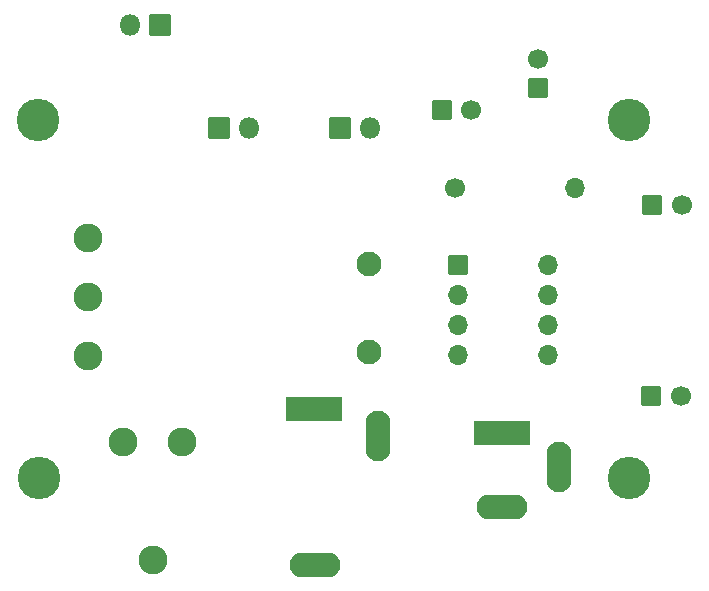
<source format=gbr>
%TF.GenerationSoftware,KiCad,Pcbnew,8.0.1*%
%TF.CreationDate,2024-04-04T11:04:08+02:00*%
%TF.ProjectId,ZX Spectrum AMP,5a582053-7065-4637-9472-756d20414d50,rev?*%
%TF.SameCoordinates,Original*%
%TF.FileFunction,Soldermask,Bot*%
%TF.FilePolarity,Negative*%
%FSLAX46Y46*%
G04 Gerber Fmt 4.6, Leading zero omitted, Abs format (unit mm)*
G04 Created by KiCad (PCBNEW 8.0.1) date 2024-04-04 11:04:08*
%MOMM*%
%LPD*%
G01*
G04 APERTURE LIST*
G04 Aperture macros list*
%AMRoundRect*
0 Rectangle with rounded corners*
0 $1 Rounding radius*
0 $2 $3 $4 $5 $6 $7 $8 $9 X,Y pos of 4 corners*
0 Add a 4 corners polygon primitive as box body*
4,1,4,$2,$3,$4,$5,$6,$7,$8,$9,$2,$3,0*
0 Add four circle primitives for the rounded corners*
1,1,$1+$1,$2,$3*
1,1,$1+$1,$4,$5*
1,1,$1+$1,$6,$7*
1,1,$1+$1,$8,$9*
0 Add four rect primitives between the rounded corners*
20,1,$1+$1,$2,$3,$4,$5,0*
20,1,$1+$1,$4,$5,$6,$7,0*
20,1,$1+$1,$6,$7,$8,$9,0*
20,1,$1+$1,$8,$9,$2,$3,0*%
G04 Aperture macros list end*
%ADD10C,1.700000*%
%ADD11O,1.700000X1.700000*%
%ADD12RoundRect,0.050000X-0.850000X0.850000X-0.850000X-0.850000X0.850000X-0.850000X0.850000X0.850000X0*%
%ADD13O,1.800000X1.800000*%
%ADD14RoundRect,0.050000X-0.800000X-0.800000X0.800000X-0.800000X0.800000X0.800000X-0.800000X0.800000X0*%
%ADD15RoundRect,0.050000X0.800000X-0.800000X0.800000X0.800000X-0.800000X0.800000X-0.800000X-0.800000X0*%
%ADD16C,2.100000*%
%ADD17C,3.600000*%
%ADD18RoundRect,0.050000X0.850000X-0.850000X0.850000X0.850000X-0.850000X0.850000X-0.850000X-0.850000X0*%
%ADD19C,2.440000*%
%ADD20RoundRect,0.050000X-2.300000X-1.000000X2.300000X-1.000000X2.300000X1.000000X-2.300000X1.000000X0*%
%ADD21O,4.300000X2.100000*%
%ADD22O,2.100000X4.300000*%
G04 APERTURE END LIST*
D10*
%TO.C,R1*%
X69770000Y-50550000D03*
D11*
X79930000Y-50550000D03*
%TD*%
D12*
%TO.C,HT1*%
X44810600Y-36677600D03*
D13*
X42270600Y-36677600D03*
%TD*%
D14*
%TO.C,C2*%
X86500000Y-51975000D03*
D10*
X89000000Y-51975000D03*
%TD*%
D14*
%TO.C,C3*%
X86400000Y-68125000D03*
D10*
X88900000Y-68125000D03*
%TD*%
D15*
%TO.C,C4*%
X76800000Y-42075000D03*
D10*
X76800000Y-39575000D03*
%TD*%
D14*
%TO.C,C5*%
X68646100Y-43950000D03*
D10*
X71146100Y-43950000D03*
%TD*%
D14*
%TO.C,IC1*%
X70002400Y-57006800D03*
D11*
X70002400Y-59546800D03*
X70002400Y-62086800D03*
X70002400Y-64626800D03*
X77622400Y-64626800D03*
X77622400Y-62086800D03*
X77622400Y-59546800D03*
X77622400Y-57006800D03*
%TD*%
D16*
%TO.C,C1*%
X62534800Y-56914400D03*
X62534800Y-64414400D03*
%TD*%
D17*
%TO.C,H3*%
X34544000Y-75082400D03*
%TD*%
%TO.C,H2*%
X84480400Y-44754800D03*
%TD*%
D18*
%TO.C,J3*%
X60040600Y-45421400D03*
D13*
X62580600Y-45421400D03*
%TD*%
D18*
%TO.C,MIC1*%
X49779000Y-45421400D03*
D13*
X52319000Y-45421400D03*
%TD*%
D17*
%TO.C,H4*%
X84480400Y-75082400D03*
%TD*%
D19*
%TO.C,P1*%
X38750800Y-54750800D03*
X38750800Y-59750800D03*
X38750800Y-64750800D03*
%TD*%
D20*
%TO.C,J1*%
X73761600Y-71221600D03*
D21*
X73761600Y-77521600D03*
D22*
X78561600Y-74121600D03*
%TD*%
D19*
%TO.C,P2*%
X41698400Y-72012800D03*
X44198400Y-82012800D03*
X46698400Y-72012800D03*
%TD*%
D20*
%TO.C,J2*%
X57829100Y-69247600D03*
D21*
X57929100Y-82397600D03*
D22*
X63229100Y-71552600D03*
%TD*%
D17*
%TO.C,H1*%
X34493200Y-44754800D03*
%TD*%
M02*

</source>
